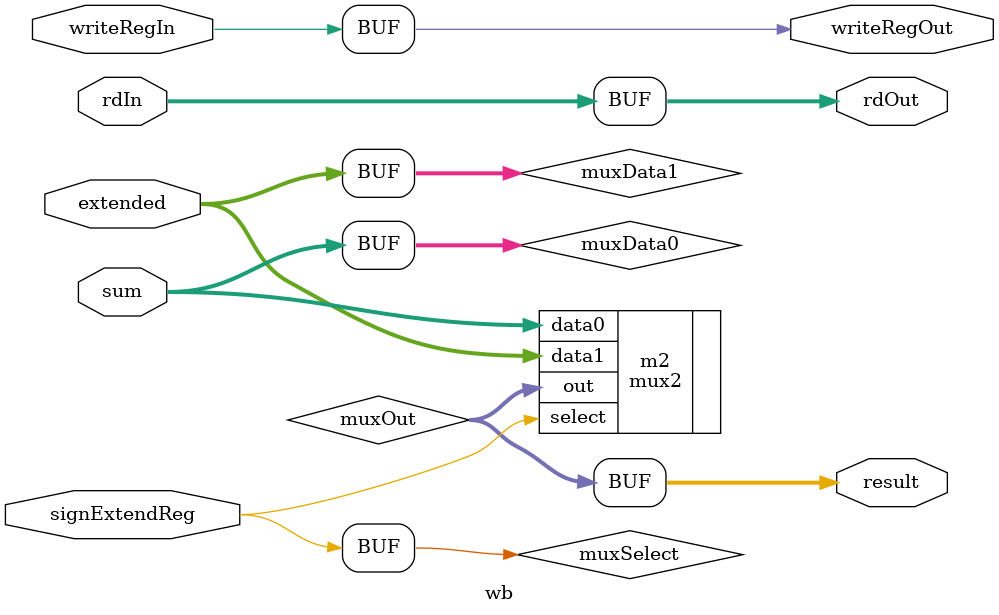
<source format=v>

module wb (
    signExtendReg,
    writeRegIn,
    rdIn,
    sum,
    extended,
    writeRegOut,
    rdOut,
    result
);

    input wire signExtendReg,writeRegIn;
    input wire [2:0] rdIn;
    input wire [7:0] sum,extended;
    output writeRegOut;
    output [2:0] rdOut;
    output [7:0] result; 

    wire muxSelect;
	wire [7:0] muxData0;
	wire [7:0] muxData1;
	wire [7:0] muxOut;

	assign muxSelect = signExtendReg;	
	assign muxData0 = sum;
	assign muxData1 = extended;
	
	assign writeRegOut = writeRegIn;
	assign rdOut = rdIn;
	assign result = muxOut;
	
    mux2 m2(.data0(muxData0),.data1(muxData1),.select(muxSelect),.out(muxOut));
endmodule
</source>
